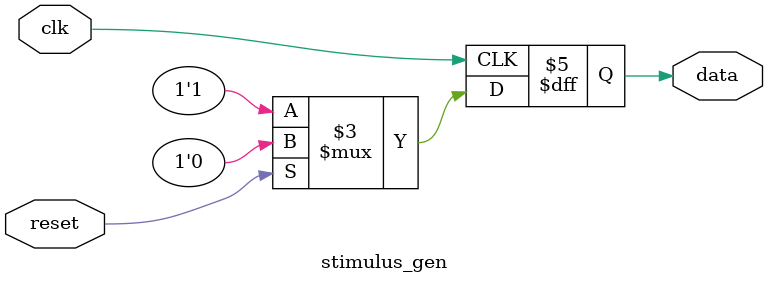
<source format=sv>
module top_module(
  input wire clk,
  input wire reset,
  output wire data_output,
  output wire valid_output);
  
  reg [1:0] state;
  reg [7:0] counter;
  wire data;
  
  stimulus_gen stimulus_gen_inst(
    .clk(clk),
    .reset(reset),
    .data(data)
  );
  
  always @(posedge clk or posedge reset) begin
    if (reset) begin
      state <= 2'b00;
      counter <= 8'b0;
      data_output <= 1'b0;
      valid_output <= 1'b0;
    end else begin
      case (state)
        2'b00: begin // idle state
          state <= 2'b01;
          counter <= 8'b0;
          data_output <= 1'b0;
          valid_output <= 1'b0;
        end
        2'b01: begin // wait state
          if (counter == 8'b11) begin
            state <= 2'b10;
            counter <= 8'b0;
            data_output <= data;
            valid_output <= 1'b0;
          end else begin
            counter <= counter + 1;
            data_output <= 1'b0;
            valid_output <= 1'b0;
          end
        end
        2'b10: begin // process state
          state <= 2'b11;
          counter <= 8'b0;
          data_output <= data;
          valid_output <= 1'b1;
        end
        2'b11: begin // done state
          state <= 2'b00;
          counter <= 8'b0;
          data_output <= 1'b0;
          valid_output <= 1'b0;
        end
      endcase
    end
  end
  
endmodule
module stimulus_gen(
  input wire clk,
  input wire reset,
  output reg data);
  
  always @(posedge clk) begin
    if (reset) begin
      data <= 1'b0;
    end else begin
      data <= 1'b1;
    end
  end
  
endmodule

</source>
